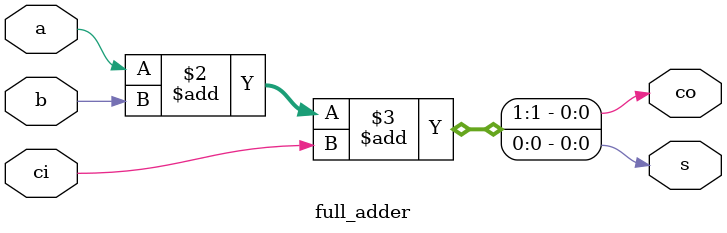
<source format=v>
module full_adder(
    input a, b, ci,          // Inputs a, b, and carry-in (ci)
    output reg s, co         // Outputs sum (s) and carry-out (co)
);
    // Combinational logic to calculate sum (s) and carry-out (co)
    always @* begin
        {co, s} = a + b + ci;
    end
endmodule

</source>
